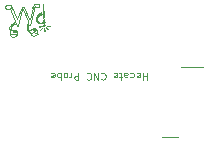
<source format=gbr>
%TF.GenerationSoftware,KiCad,Pcbnew,7.0.10*%
%TF.CreationDate,2024-11-13T10:28:54-08:00*%
%TF.ProjectId,ballBearingFPC241113,62616c6c-4265-4617-9269-6e6746504332,rev?*%
%TF.SameCoordinates,Original*%
%TF.FileFunction,Legend,Top*%
%TF.FilePolarity,Positive*%
%FSLAX46Y46*%
G04 Gerber Fmt 4.6, Leading zero omitted, Abs format (unit mm)*
G04 Created by KiCad (PCBNEW 7.0.10) date 2024-11-13 10:28:54*
%MOMM*%
%LPD*%
G01*
G04 APERTURE LIST*
G04 Aperture macros list*
%AMRoundRect*
0 Rectangle with rounded corners*
0 $1 Rounding radius*
0 $2 $3 $4 $5 $6 $7 $8 $9 X,Y pos of 4 corners*
0 Add a 4 corners polygon primitive as box body*
4,1,4,$2,$3,$4,$5,$6,$7,$8,$9,$2,$3,0*
0 Add four circle primitives for the rounded corners*
1,1,$1+$1,$2,$3*
1,1,$1+$1,$4,$5*
1,1,$1+$1,$6,$7*
1,1,$1+$1,$8,$9*
0 Add four rect primitives between the rounded corners*
20,1,$1+$1,$2,$3,$4,$5,0*
20,1,$1+$1,$4,$5,$6,$7,0*
20,1,$1+$1,$6,$7,$8,$9,0*
20,1,$1+$1,$8,$9,$2,$3,0*%
G04 Aperture macros list end*
%ADD10C,0.070000*%
%ADD11C,0.050000*%
%ADD12C,0.137415*%
%ADD13C,0.100000*%
%ADD14C,0.000000*%
%ADD15RoundRect,0.075000X-0.239618X0.635479X-0.373269X0.567380X0.239618X-0.635479X0.373269X-0.567380X0*%
%ADD16RoundRect,0.075000X-0.075000X-0.675000X0.075000X-0.675000X0.075000X0.675000X-0.075000X0.675000X0*%
%ADD17RoundRect,0.075000X0.075000X0.675000X-0.075000X0.675000X-0.075000X-0.675000X0.075000X-0.675000X0*%
%ADD18C,0.700000*%
G04 APERTURE END LIST*
D10*
X1129034Y-3220324D02*
X1129157Y-3231711D01*
X264202Y-4890685D02*
X344688Y-4887880D01*
X-1283286Y-3323125D02*
X-1287890Y-3343059D01*
X805596Y-3285192D02*
X807070Y-3286892D01*
X667318Y-3058133D02*
X319316Y-4315546D01*
X-1075384Y-4829058D02*
X-1045499Y-4812800D01*
X-1251493Y-4967714D02*
X-1263830Y-4985105D01*
X-975839Y-4615146D02*
X-969870Y-4605287D01*
X-1405530Y-5060656D02*
X-1398225Y-5031497D01*
X-346458Y-3368371D02*
X-713829Y-4351629D01*
X-953532Y-4511138D02*
X-953944Y-4486109D01*
X-1622988Y-3500975D02*
X-1650250Y-3487003D01*
X-1584656Y-3138317D02*
X-1564895Y-3134431D01*
X-1735177Y-3327169D02*
X-1733842Y-3291296D01*
X-1556119Y-3518603D02*
X-1575337Y-3515486D01*
X319316Y-4315546D02*
X249563Y-4317985D01*
X-1604201Y-3508473D02*
X-1622988Y-3500975D01*
X141539Y-4774366D02*
X151249Y-4746580D01*
X-783573Y-4354064D02*
X-1218438Y-3123986D01*
X953051Y-3049514D02*
X948600Y-3052000D01*
X-1528086Y-3519831D02*
X-1556119Y-3518603D01*
X-1173604Y-5289352D02*
X-1157960Y-5289242D01*
X842056Y-3320136D02*
X834869Y-3314417D01*
X-1409857Y-5107258D02*
X-1408752Y-5079717D01*
D11*
X1314460Y-3772389D02*
X1318658Y-3774449D01*
X1321332Y-3778291D01*
X1321802Y-3782947D01*
X1319959Y-3787243D01*
X1318193Y-3788785D01*
X1295769Y-3797594D01*
X1284642Y-3802346D01*
X1273588Y-3807324D01*
X1262586Y-3812541D01*
X1251654Y-3817985D01*
X1240776Y-3823666D01*
X1229960Y-3829579D01*
X1196971Y-3849315D01*
X1180676Y-3860040D01*
X1164542Y-3871330D01*
X1148577Y-3883194D01*
X1132804Y-3895609D01*
X1117241Y-3908586D01*
X1101909Y-3922127D01*
X1086812Y-3936209D01*
X1071980Y-3950837D01*
X1057434Y-3966022D01*
X1043175Y-3981740D01*
X1029233Y-3997997D01*
X1022385Y-4006321D01*
X1015621Y-4014791D01*
X1008946Y-4023389D01*
X1002358Y-4032117D01*
X995864Y-4040979D01*
X989461Y-4049967D01*
X966605Y-4084519D01*
X955800Y-4102423D01*
X945488Y-4120693D01*
X935704Y-4139300D01*
X926503Y-4158198D01*
X917938Y-4177359D01*
X910057Y-4196735D01*
X902909Y-4216290D01*
X896537Y-4236002D01*
X891000Y-4255824D01*
X886343Y-4275711D01*
X882613Y-4295641D01*
X879869Y-4315564D01*
X878154Y-4335447D01*
X877509Y-4355256D01*
X879230Y-4390185D01*
X881478Y-4407405D01*
X884634Y-4424421D01*
X888700Y-4441198D01*
X893656Y-4457705D01*
X899510Y-4473925D01*
X906239Y-4489813D01*
X913840Y-4505349D01*
X922305Y-4520497D01*
X931626Y-4535232D01*
X941790Y-4549520D01*
X952796Y-4563325D01*
X964631Y-4576626D01*
X977289Y-4589396D01*
X990762Y-4601589D01*
X1009354Y-4616479D01*
X1019117Y-4623514D01*
X1029182Y-4630281D01*
X1039540Y-4636761D01*
X1050183Y-4642944D01*
X1061119Y-4648838D01*
X1072331Y-4654424D01*
X1083821Y-4659696D01*
X1095573Y-4664647D01*
X1107591Y-4669271D01*
X1119876Y-4673562D01*
X1132404Y-4677521D01*
X1145183Y-4681131D01*
X1158207Y-4684389D01*
X1171464Y-4687280D01*
X1156702Y-4681306D01*
X1142481Y-4675074D01*
X1128793Y-4668606D01*
X1115630Y-4661883D01*
X1102984Y-4654933D01*
X1090866Y-4647748D01*
X1079258Y-4640346D01*
X1068160Y-4632724D01*
X1057559Y-4624895D01*
X1047460Y-4616857D01*
X1037854Y-4608626D01*
X1028738Y-4600202D01*
X1020105Y-4591594D01*
X1011952Y-4582802D01*
X997064Y-4564711D01*
X986004Y-4549060D01*
X976218Y-4533059D01*
X967684Y-4516754D01*
X960345Y-4500176D01*
X954172Y-4483361D01*
X949129Y-4466353D01*
X945182Y-4449178D01*
X942291Y-4431876D01*
X940424Y-4414491D01*
X939531Y-4397053D01*
X939588Y-4379602D01*
X940558Y-4362177D01*
X942400Y-4344799D01*
X945078Y-4327535D01*
X952796Y-4293432D01*
X958315Y-4274909D01*
X964684Y-4256620D01*
X971895Y-4238569D01*
X979932Y-4220755D01*
X988783Y-4203187D01*
X998432Y-4185859D01*
X1008869Y-4168785D01*
X1020083Y-4151964D01*
X1032062Y-4135390D01*
X1044789Y-4119079D01*
X1058249Y-4103030D01*
X1072438Y-4087243D01*
X1087342Y-4071725D01*
X1095054Y-4064064D01*
X1102944Y-4056482D01*
X1111001Y-4048958D01*
X1119232Y-4041501D01*
X1136200Y-4026802D01*
X1147521Y-4017439D01*
X1159142Y-4008179D01*
X1171058Y-3999019D01*
X1183278Y-3989958D01*
X1195782Y-3980993D01*
X1208595Y-3972127D01*
X1221703Y-3963347D01*
X1235104Y-3954668D01*
X1248815Y-3946074D01*
X1262821Y-3937576D01*
X1277135Y-3929158D01*
X1291753Y-3920836D01*
X1306670Y-3912598D01*
X1321897Y-3904431D01*
X1353264Y-3888364D01*
X1355386Y-3887506D01*
X1359941Y-3887835D01*
X1363734Y-3890380D01*
X1365766Y-3894468D01*
X1365506Y-3899026D01*
X1363025Y-3902861D01*
X1361063Y-3904033D01*
X1309089Y-3930700D01*
X1293268Y-3939758D01*
X1282158Y-3946281D01*
X1271205Y-3952841D01*
X1260416Y-3959445D01*
X1249778Y-3966091D01*
X1239297Y-3972787D01*
X1195994Y-4001709D01*
X1182992Y-4011549D01*
X1173878Y-4018631D01*
X1164926Y-4025761D01*
X1156120Y-4032942D01*
X1147474Y-4040169D01*
X1138978Y-4047444D01*
X1104098Y-4078927D01*
X1092376Y-4091188D01*
X1083841Y-4100468D01*
X1075530Y-4109825D01*
X1067441Y-4119262D01*
X1059575Y-4128772D01*
X1033038Y-4163089D01*
X1024491Y-4176421D01*
X1018356Y-4186517D01*
X1012447Y-4196678D01*
X1006784Y-4206908D01*
X1001361Y-4217209D01*
X983634Y-4254292D01*
X978537Y-4268595D01*
X975029Y-4279383D01*
X971790Y-4290220D01*
X968822Y-4301094D01*
X966140Y-4312024D01*
X958424Y-4351123D01*
X957376Y-4365955D01*
X956976Y-4377080D01*
X956912Y-4388193D01*
X957176Y-4399294D01*
X957782Y-4410382D01*
X962198Y-4449686D01*
X966149Y-4464174D01*
X969583Y-4474948D01*
X973428Y-4485640D01*
X977687Y-4496249D01*
X982376Y-4506762D01*
X1001817Y-4543516D01*
X1014586Y-4559761D01*
X1022910Y-4569288D01*
X1031732Y-4578656D01*
X1039470Y-4586328D01*
X1047559Y-4593878D01*
X1085269Y-4625012D01*
X1098284Y-4632875D01*
X1109568Y-4639250D01*
X1121239Y-4645462D01*
X1130869Y-4650312D01*
X1140758Y-4655067D01*
X1150900Y-4659717D01*
X1161305Y-4664253D01*
X1220242Y-4687027D01*
X1246075Y-4693973D01*
X1259399Y-4697273D01*
X1273003Y-4700450D01*
X1286872Y-4703502D01*
X1297456Y-4705714D01*
X1308195Y-4707866D01*
X1319085Y-4709945D01*
X1330133Y-4711956D01*
X1319400Y-4712859D01*
X1305205Y-4713835D01*
X1291139Y-4714539D01*
X1277211Y-4714978D01*
X1263404Y-4715141D01*
X1249735Y-4715041D01*
X1236196Y-4714671D01*
X1219451Y-4713836D01*
X1153104Y-4701169D01*
X1141049Y-4698173D01*
X1129149Y-4694935D01*
X1117408Y-4691460D01*
X1105821Y-4687725D01*
X1094404Y-4683759D01*
X1083148Y-4679556D01*
X1061125Y-4670431D01*
X1009485Y-4638137D01*
X1000306Y-4631595D01*
X991347Y-4624865D01*
X982590Y-4617931D01*
X974051Y-4610816D01*
X965721Y-4603520D01*
X957613Y-4596033D01*
X942045Y-4580534D01*
X909524Y-4533681D01*
X902732Y-4522286D01*
X896333Y-4510698D01*
X890342Y-4498922D01*
X884751Y-4486975D01*
X879567Y-4474852D01*
X872996Y-4457595D01*
X862914Y-4402363D01*
X861429Y-4389256D01*
X860354Y-4376071D01*
X859699Y-4362824D01*
X859451Y-4349515D01*
X859618Y-4336159D01*
X860530Y-4317369D01*
X871763Y-4260324D01*
X874384Y-4249692D01*
X877210Y-4239086D01*
X880242Y-4228513D01*
X883463Y-4217965D01*
X886876Y-4207464D01*
X890481Y-4196995D01*
X898243Y-4176189D01*
X924288Y-4123176D01*
X929476Y-4113434D01*
X934780Y-4103770D01*
X940200Y-4094188D01*
X945728Y-4084675D01*
X951369Y-4075262D01*
X957108Y-4065926D01*
X968907Y-4047526D01*
X1003400Y-4002076D01*
X1011713Y-3991761D01*
X1020137Y-3981608D01*
X1028661Y-3971614D01*
X1037283Y-3961781D01*
X1046012Y-3952113D01*
X1058377Y-3938848D01*
X1097833Y-3902408D01*
X1107223Y-3894231D01*
X1116669Y-3886218D01*
X1126183Y-3878372D01*
X1135757Y-3870705D01*
X1145386Y-3863205D01*
X1158972Y-3852991D01*
X1201567Y-3825863D01*
X1211650Y-3819859D01*
X1221788Y-3814022D01*
X1231971Y-3808357D01*
X1242201Y-3802857D01*
X1252481Y-3797520D01*
X1266948Y-3790344D01*
X1312116Y-3772367D01*
X1314460Y-3772389D01*
G36*
X1314460Y-3772389D02*
G01*
X1318658Y-3774449D01*
X1321332Y-3778291D01*
X1321802Y-3782947D01*
X1319959Y-3787243D01*
X1318193Y-3788785D01*
X1295769Y-3797594D01*
X1284642Y-3802346D01*
X1273588Y-3807324D01*
X1262586Y-3812541D01*
X1251654Y-3817985D01*
X1240776Y-3823666D01*
X1229960Y-3829579D01*
X1196971Y-3849315D01*
X1180676Y-3860040D01*
X1164542Y-3871330D01*
X1148577Y-3883194D01*
X1132804Y-3895609D01*
X1117241Y-3908586D01*
X1101909Y-3922127D01*
X1086812Y-3936209D01*
X1071980Y-3950837D01*
X1057434Y-3966022D01*
X1043175Y-3981740D01*
X1029233Y-3997997D01*
X1022385Y-4006321D01*
X1015621Y-4014791D01*
X1008946Y-4023389D01*
X1002358Y-4032117D01*
X995864Y-4040979D01*
X989461Y-4049967D01*
X966605Y-4084519D01*
X955800Y-4102423D01*
X945488Y-4120693D01*
X935704Y-4139300D01*
X926503Y-4158198D01*
X917938Y-4177359D01*
X910057Y-4196735D01*
X902909Y-4216290D01*
X896537Y-4236002D01*
X891000Y-4255824D01*
X886343Y-4275711D01*
X882613Y-4295641D01*
X879869Y-4315564D01*
X878154Y-4335447D01*
X877509Y-4355256D01*
X879230Y-4390185D01*
X881478Y-4407405D01*
X884634Y-4424421D01*
X888700Y-4441198D01*
X893656Y-4457705D01*
X899510Y-4473925D01*
X906239Y-4489813D01*
X913840Y-4505349D01*
X922305Y-4520497D01*
X931626Y-4535232D01*
X941790Y-4549520D01*
X952796Y-4563325D01*
X964631Y-4576626D01*
X977289Y-4589396D01*
X990762Y-4601589D01*
X1009354Y-4616479D01*
X1019117Y-4623514D01*
X1029182Y-4630281D01*
X1039540Y-4636761D01*
X1050183Y-4642944D01*
X1061119Y-4648838D01*
X1072331Y-4654424D01*
X1083821Y-4659696D01*
X1095573Y-4664647D01*
X1107591Y-4669271D01*
X1119876Y-4673562D01*
X1132404Y-4677521D01*
X1145183Y-4681131D01*
X1158207Y-4684389D01*
X1171464Y-4687280D01*
X1156702Y-4681306D01*
X1142481Y-4675074D01*
X1128793Y-4668606D01*
X1115630Y-4661883D01*
X1102984Y-4654933D01*
X1090866Y-4647748D01*
X1079258Y-4640346D01*
X1068160Y-4632724D01*
X1057559Y-4624895D01*
X1047460Y-4616857D01*
X1037854Y-4608626D01*
X1028738Y-4600202D01*
X1020105Y-4591594D01*
X1011952Y-4582802D01*
X997064Y-4564711D01*
X986004Y-4549060D01*
X976218Y-4533059D01*
X967684Y-4516754D01*
X960345Y-4500176D01*
X954172Y-4483361D01*
X949129Y-4466353D01*
X945182Y-4449178D01*
X942291Y-4431876D01*
X940424Y-4414491D01*
X939531Y-4397053D01*
X939588Y-4379602D01*
X940558Y-4362177D01*
X942400Y-4344799D01*
X945078Y-4327535D01*
X952796Y-4293432D01*
X958315Y-4274909D01*
X964684Y-4256620D01*
X971895Y-4238569D01*
X979932Y-4220755D01*
X988783Y-4203187D01*
X998432Y-4185859D01*
X1008869Y-4168785D01*
X1020083Y-4151964D01*
X1032062Y-4135390D01*
X1044789Y-4119079D01*
X1058249Y-4103030D01*
X1072438Y-4087243D01*
X1087342Y-4071725D01*
X1095054Y-4064064D01*
X1102944Y-4056482D01*
X1111001Y-4048958D01*
X1119232Y-4041501D01*
X1136200Y-4026802D01*
X1147521Y-4017439D01*
X1159142Y-4008179D01*
X1171058Y-3999019D01*
X1183278Y-3989958D01*
X1195782Y-3980993D01*
X1208595Y-3972127D01*
X1221703Y-3963347D01*
X1235104Y-3954668D01*
X1248815Y-3946074D01*
X1262821Y-3937576D01*
X1277135Y-3929158D01*
X1291753Y-3920836D01*
X1306670Y-3912598D01*
X1321897Y-3904431D01*
X1353264Y-3888364D01*
X1355386Y-3887506D01*
X1359941Y-3887835D01*
X1363734Y-3890380D01*
X1365766Y-3894468D01*
X1365506Y-3899026D01*
X1363025Y-3902861D01*
X1361063Y-3904033D01*
X1309089Y-3930700D01*
X1293268Y-3939758D01*
X1282158Y-3946281D01*
X1271205Y-3952841D01*
X1260416Y-3959445D01*
X1249778Y-3966091D01*
X1239297Y-3972787D01*
X1195994Y-4001709D01*
X1182992Y-4011549D01*
X1173878Y-4018631D01*
X1164926Y-4025761D01*
X1156120Y-4032942D01*
X1147474Y-4040169D01*
X1138978Y-4047444D01*
X1104098Y-4078927D01*
X1092376Y-4091188D01*
X1083841Y-4100468D01*
X1075530Y-4109825D01*
X1067441Y-4119262D01*
X1059575Y-4128772D01*
X1033038Y-4163089D01*
X1024491Y-4176421D01*
X1018356Y-4186517D01*
X1012447Y-4196678D01*
X1006784Y-4206908D01*
X1001361Y-4217209D01*
X983634Y-4254292D01*
X978537Y-4268595D01*
X975029Y-4279383D01*
X971790Y-4290220D01*
X968822Y-4301094D01*
X966140Y-4312024D01*
X958424Y-4351123D01*
X957376Y-4365955D01*
X956976Y-4377080D01*
X956912Y-4388193D01*
X957176Y-4399294D01*
X957782Y-4410382D01*
X962198Y-4449686D01*
X966149Y-4464174D01*
X969583Y-4474948D01*
X973428Y-4485640D01*
X977687Y-4496249D01*
X982376Y-4506762D01*
X1001817Y-4543516D01*
X1014586Y-4559761D01*
X1022910Y-4569288D01*
X1031732Y-4578656D01*
X1039470Y-4586328D01*
X1047559Y-4593878D01*
X1085269Y-4625012D01*
X1098284Y-4632875D01*
X1109568Y-4639250D01*
X1121239Y-4645462D01*
X1130869Y-4650312D01*
X1140758Y-4655067D01*
X1150900Y-4659717D01*
X1161305Y-4664253D01*
X1220242Y-4687027D01*
X1246075Y-4693973D01*
X1259399Y-4697273D01*
X1273003Y-4700450D01*
X1286872Y-4703502D01*
X1297456Y-4705714D01*
X1308195Y-4707866D01*
X1319085Y-4709945D01*
X1330133Y-4711956D01*
X1319400Y-4712859D01*
X1305205Y-4713835D01*
X1291139Y-4714539D01*
X1277211Y-4714978D01*
X1263404Y-4715141D01*
X1249735Y-4715041D01*
X1236196Y-4714671D01*
X1219451Y-4713836D01*
X1153104Y-4701169D01*
X1141049Y-4698173D01*
X1129149Y-4694935D01*
X1117408Y-4691460D01*
X1105821Y-4687725D01*
X1094404Y-4683759D01*
X1083148Y-4679556D01*
X1061125Y-4670431D01*
X1009485Y-4638137D01*
X1000306Y-4631595D01*
X991347Y-4624865D01*
X982590Y-4617931D01*
X974051Y-4610816D01*
X965721Y-4603520D01*
X957613Y-4596033D01*
X942045Y-4580534D01*
X909524Y-4533681D01*
X902732Y-4522286D01*
X896333Y-4510698D01*
X890342Y-4498922D01*
X884751Y-4486975D01*
X879567Y-4474852D01*
X872996Y-4457595D01*
X862914Y-4402363D01*
X861429Y-4389256D01*
X860354Y-4376071D01*
X859699Y-4362824D01*
X859451Y-4349515D01*
X859618Y-4336159D01*
X860530Y-4317369D01*
X871763Y-4260324D01*
X874384Y-4249692D01*
X877210Y-4239086D01*
X880242Y-4228513D01*
X883463Y-4217965D01*
X886876Y-4207464D01*
X890481Y-4196995D01*
X898243Y-4176189D01*
X924288Y-4123176D01*
X929476Y-4113434D01*
X934780Y-4103770D01*
X940200Y-4094188D01*
X945728Y-4084675D01*
X951369Y-4075262D01*
X957108Y-4065926D01*
X968907Y-4047526D01*
X1003400Y-4002076D01*
X1011713Y-3991761D01*
X1020137Y-3981608D01*
X1028661Y-3971614D01*
X1037283Y-3961781D01*
X1046012Y-3952113D01*
X1058377Y-3938848D01*
X1097833Y-3902408D01*
X1107223Y-3894231D01*
X1116669Y-3886218D01*
X1126183Y-3878372D01*
X1135757Y-3870705D01*
X1145386Y-3863205D01*
X1158972Y-3852991D01*
X1201567Y-3825863D01*
X1211650Y-3819859D01*
X1221788Y-3814022D01*
X1231971Y-3808357D01*
X1242201Y-3802857D01*
X1252481Y-3797520D01*
X1266948Y-3790344D01*
X1312116Y-3772367D01*
X1314460Y-3772389D01*
G37*
D10*
X-1729489Y-3268652D02*
X-1720205Y-3237003D01*
X998886Y-5585915D02*
X930847Y-5550473D01*
X861917Y-5522642D01*
X792151Y-5502969D01*
X721605Y-5492002D01*
X650334Y-5490289D01*
X626426Y-5491870D01*
X-1575337Y-3515486D02*
X-1604201Y-3508473D01*
X-1431860Y-3501439D02*
X-1445887Y-3506487D01*
X942529Y-3056044D02*
X939003Y-3058832D01*
X805663Y-3285134D02*
G75*
G03*
X787098Y-3289310I-8163J-7066D01*
G01*
X217122Y-5375807D02*
X199621Y-5360630D01*
X364483Y-5532547D02*
X354949Y-5510335D01*
X-1389585Y-5207638D02*
X-1394903Y-5191906D01*
X-1374268Y-3467885D02*
X-1384533Y-3475343D01*
X-1075771Y-4699490D02*
X-1057225Y-4686147D01*
X-1652560Y-3161439D02*
X-1632210Y-3152218D01*
X347623Y-5496925D02*
X354949Y-5510335D01*
X121626Y-4819436D02*
X112956Y-4837524D01*
X-1702496Y-3435551D02*
X-1718716Y-3406796D01*
X249563Y-4317985D02*
X-185496Y-3362753D01*
X80932Y-4914863D02*
X74580Y-4935440D01*
X-1376085Y-4981091D02*
X-1363474Y-4960488D01*
X-1263355Y-5242281D02*
X-1254096Y-5254510D01*
X113816Y-5232395D02*
X101499Y-5203259D01*
X-1172276Y-4890656D02*
X-1190320Y-4904569D01*
X1101435Y-3134306D02*
X1107808Y-3145215D01*
X-1394903Y-5191906D02*
X-1402010Y-5167765D01*
X-1405480Y-5150994D02*
X-1409252Y-5125190D01*
X66389Y-5076692D02*
X69926Y-5098454D01*
X-1172276Y-4890656D02*
X-1144276Y-4870662D01*
X-1278625Y-5012759D02*
X-1263830Y-4985105D01*
X-959639Y-4579040D02*
X-956170Y-4561405D01*
X-1726093Y-3385165D02*
X-1733826Y-3351050D01*
X-1445887Y-3506487D02*
X-1468172Y-3513064D01*
X711658Y-3551936D02*
G75*
G03*
X545981Y-3496319I-157858J-195664D01*
G01*
X-688485Y-4923997D02*
X-306618Y-3544194D01*
X-1325352Y-5505859D02*
G75*
G03*
X-1090975Y-5278802I308574J-84027D01*
G01*
X208481Y-5237972D02*
X217410Y-5248994D01*
X161165Y-5316551D02*
X145876Y-5294011D01*
X1020437Y-3355253D02*
X1010441Y-3358029D01*
X100034Y-4865565D02*
X112956Y-4837524D01*
X923462Y-3358929D02*
X914484Y-3356817D01*
X1115709Y-3162246D02*
X1107808Y-3145215D01*
X-1316360Y-3405510D02*
X-1320560Y-3411631D01*
X246664Y-5398298D02*
X228914Y-5385270D01*
X155906Y-4727137D02*
X161000Y-4696932D01*
X1045051Y-3346101D02*
X1059304Y-3338990D01*
X246664Y-5398298D02*
X258419Y-5406717D01*
X-1344234Y-5318217D02*
X-1349836Y-5303663D01*
X-1398225Y-5031497D02*
X-1390458Y-5011498D01*
X-1520664Y-3135226D02*
X-1502555Y-3139488D01*
X-1349836Y-5303663D02*
X-1358712Y-5281909D01*
X350083Y-5304988D02*
X331413Y-5305583D01*
X1039506Y-3068329D02*
X1025783Y-3059695D01*
X880515Y-3344050D02*
X872430Y-3340021D01*
X860728Y-3333160D02*
X853089Y-3328264D01*
X77671Y-5130626D02*
X69926Y-5098454D01*
X347623Y-5496925D02*
X335765Y-5478037D01*
X-1278625Y-5012759D02*
X-1286906Y-5031751D01*
X-1128361Y-4737137D02*
X-1106726Y-4721581D01*
X842056Y-3320136D02*
X853089Y-3328264D01*
X908024Y-3064810D02*
X903636Y-3061636D01*
X-1031615Y-4667317D02*
X-1017241Y-4655982D01*
X-1124852Y-4858225D02*
X-1095304Y-4840293D01*
X824501Y-3305076D02*
X817761Y-3298551D01*
X-983700Y-4320082D02*
X-1310444Y-3395830D01*
X319000Y-5304312D02*
X300503Y-5300908D01*
X275617Y-5419228D02*
X258419Y-5406717D01*
X-1325289Y-5505423D02*
X-1322047Y-5478147D01*
X-1296186Y-5160934D02*
X-1300372Y-5131802D01*
X-1208741Y-5284116D02*
X-1195590Y-5287618D01*
X-1077879Y-5601585D02*
X-1149910Y-5610631D01*
X-1218118Y-5626976D01*
X-1292384Y-5651801D01*
X-1328057Y-5665737D01*
X1083191Y-3108651D02*
X1090991Y-3118481D01*
X1020437Y-3355253D02*
X1035339Y-3350291D01*
X-1696313Y-3195881D02*
X-1684569Y-3183900D01*
X983645Y-3045086D02*
X976540Y-3044768D01*
X922895Y-3068427D02*
X917755Y-3068643D01*
X-1408752Y-5079717D02*
X-1405530Y-5060656D01*
X903636Y-3061636D02*
X896662Y-3055659D01*
X144695Y-4553895D02*
X151850Y-4580504D01*
X-964434Y-4390829D02*
X-968892Y-4370674D01*
X824501Y-3305076D02*
X834869Y-3314417D01*
X-1666848Y-3474548D02*
X-1689817Y-3453002D01*
X-1065998Y-3558066D02*
G75*
G03*
X-1228897Y-3621060I-5116J-228891D01*
G01*
X344688Y-4887880D02*
X787097Y-3289310D01*
X-1380631Y-5230436D02*
X-1389585Y-5207638D01*
X-954872Y-4548187D02*
X-953652Y-4526921D01*
X-1238422Y-5268730D02*
X-1227279Y-5276527D01*
X-977149Y-4778258D02*
X-996353Y-4787669D01*
X901431Y-3352700D02*
X914484Y-3356817D01*
X113816Y-5232395D02*
X122425Y-5251174D01*
X966633Y-3045324D02*
X960894Y-3046697D01*
X326935Y-5466739D02*
X312897Y-5450860D01*
X-1297137Y-3369040D02*
X-1310444Y-3395830D01*
D12*
X1621105Y-4925657D02*
G75*
G03*
X1483691Y-4925657I-68707J0D01*
G01*
X1483691Y-4925657D02*
G75*
G03*
X1621105Y-4925657I68707J0D01*
G01*
D10*
X208481Y-5237972D02*
X195984Y-5220268D01*
D13*
X11497881Y-14345446D02*
X12858881Y-14345446D01*
D10*
X-1185687Y-4780063D02*
X-1162533Y-4762454D01*
X970652Y-3363272D02*
X960891Y-3363421D01*
D11*
X1402556Y-5072719D02*
X1405342Y-5075508D01*
X1406371Y-5079299D01*
X1405370Y-5083120D01*
X1404073Y-5084608D01*
X1234575Y-5256767D01*
X1232732Y-5258449D01*
X1227920Y-5259767D01*
X1223092Y-5258490D01*
X1221239Y-5256821D01*
X1219565Y-5254964D01*
X1218288Y-5250138D01*
X1219608Y-5245323D01*
X1221288Y-5243480D01*
X1393448Y-5073976D01*
X1394940Y-5072689D01*
X1398752Y-5071683D01*
X1402556Y-5072719D01*
G36*
X1402556Y-5072719D02*
G01*
X1405342Y-5075508D01*
X1406371Y-5079299D01*
X1405370Y-5083120D01*
X1404073Y-5084608D01*
X1234575Y-5256767D01*
X1232732Y-5258449D01*
X1227920Y-5259767D01*
X1223092Y-5258490D01*
X1221239Y-5256821D01*
X1219565Y-5254964D01*
X1218288Y-5250138D01*
X1219608Y-5245323D01*
X1221288Y-5243480D01*
X1393448Y-5073976D01*
X1394940Y-5072689D01*
X1398752Y-5071683D01*
X1402556Y-5072719D01*
G37*
D10*
X1016812Y-3055238D02*
X1003678Y-3049751D01*
X970652Y-3363272D02*
X985429Y-3362342D01*
X-1081742Y-5276742D02*
X-1112991Y-5283357D01*
X-988320Y-4629856D02*
X-975839Y-4615146D01*
X1125121Y-3191305D02*
X1127539Y-3202988D01*
X302721Y-5441302D02*
X312897Y-5450860D01*
X-885709Y-4735296D02*
X-859934Y-4723700D01*
X153038Y-5044845D02*
X153395Y-5062997D01*
X998886Y-5585915D02*
X1015002Y-5596196D01*
X153038Y-5044845D02*
X153456Y-5017483D01*
X-1491039Y-3143475D02*
X-1474382Y-3149916D01*
X-1296186Y-5160934D02*
X-1292096Y-5179703D01*
X-1351273Y-3447761D02*
X-1360191Y-3455973D01*
X747929Y-3418317D02*
G75*
G03*
X583521Y-3359929I-160849J-192253D01*
G01*
X-1057225Y-4686147D02*
X-1031615Y-4667317D01*
X67729Y-4967378D02*
X64383Y-4988987D01*
X-1320835Y-5434861D02*
X-1321851Y-5418314D01*
X364483Y-5532547D02*
X368962Y-5544584D01*
X-1409252Y-5125190D02*
X-1409857Y-5107258D01*
X288402Y-5297008D02*
X270564Y-5289721D01*
X1106616Y-3297132D02*
X1100269Y-3305587D01*
X-1404180Y-3140608D02*
X-1401947Y-3130393D01*
X66389Y-5076692D02*
X62851Y-5043853D01*
X-1718716Y-3406796D02*
X-1726093Y-3385165D01*
X-1124852Y-4858225D02*
X-1144276Y-4870662D01*
X-1113000Y-3423258D02*
G75*
G03*
X-1277125Y-3490389I467J-235338D01*
G01*
X1062110Y-3086353D02*
X1070863Y-3094689D01*
X1125121Y-3191305D02*
X1120254Y-3173776D01*
X-1449590Y-3159536D02*
X-1441016Y-3161718D01*
X-1295201Y-5061361D02*
X-1286906Y-5031751D01*
X-1360191Y-3455973D02*
X-1374268Y-3467885D01*
X-1412795Y-3492466D02*
X-1431860Y-3501439D01*
X-1711410Y-3219225D02*
X-1696313Y-3195881D01*
X173256Y-5171817D02*
X178770Y-5186638D01*
X-306618Y-3544194D02*
X-212969Y-3540918D01*
X154818Y-4999285D02*
X153456Y-5017483D01*
X-1733826Y-3351050D02*
X-1735177Y-3327169D01*
X-843564Y-4716494D02*
X-859934Y-4723700D01*
X-1238422Y-5268730D02*
X-1254096Y-5254510D01*
X-969870Y-4605287D02*
X-962732Y-4590065D01*
X411419Y-5286240D02*
X393274Y-5294870D01*
X995417Y-3360917D02*
X985429Y-3362342D01*
X470020Y-5241007D02*
X452789Y-5257523D01*
X154818Y-4999285D02*
X157868Y-4972263D01*
X-1324698Y-4908648D02*
X-1296693Y-4877658D01*
X350083Y-5304988D02*
X362509Y-5303585D01*
D11*
X1343071Y-4937617D02*
X1345700Y-4940552D01*
X1346519Y-4944406D01*
X1345313Y-4948154D01*
X1342394Y-4950804D01*
X1340501Y-4951352D01*
X1104574Y-5003420D01*
X1102089Y-5003827D01*
X1097291Y-5002266D01*
X1093956Y-4998490D01*
X1093335Y-4996046D01*
X1093007Y-4993599D01*
X1094595Y-4988938D01*
X1098292Y-4985685D01*
X1100671Y-4985042D01*
X1337371Y-4936652D01*
X1339327Y-4936381D01*
X1343071Y-4937617D01*
G36*
X1343071Y-4937617D02*
G01*
X1345700Y-4940552D01*
X1346519Y-4944406D01*
X1345313Y-4948154D01*
X1342394Y-4950804D01*
X1340501Y-4951352D01*
X1104574Y-5003420D01*
X1102089Y-5003827D01*
X1097291Y-5002266D01*
X1093956Y-4998490D01*
X1093335Y-4996046D01*
X1093007Y-4993599D01*
X1094595Y-4988938D01*
X1098292Y-4985685D01*
X1100671Y-4985042D01*
X1337371Y-4936652D01*
X1339327Y-4936381D01*
X1343071Y-4937617D01*
G37*
D10*
X-1208741Y-5284116D02*
X-1227279Y-5276527D01*
X948600Y-3052000D02*
X942529Y-3056044D01*
X162219Y-5132358D02*
X165976Y-5148688D01*
X-1384533Y-3475343D02*
X-1400823Y-3486011D01*
X1127149Y-3248207D02*
X1124942Y-3258907D01*
X-769206Y-4926819D02*
X-843564Y-4716494D01*
X-1322047Y-5478147D02*
X-1321120Y-5460603D01*
X172380Y-4913602D02*
X167058Y-4929400D01*
X626426Y-5491870D02*
X554213Y-5502678D01*
X481792Y-5521848D01*
X409141Y-5548740D01*
X394582Y-5554990D01*
X1003678Y-3049751D02*
X995427Y-3047419D01*
X-1017241Y-4655982D02*
X-998214Y-4639874D01*
X188285Y-5349168D02*
X199621Y-5360630D01*
X172380Y-4913602D02*
X181663Y-4891190D01*
X-1218438Y-3123986D02*
X-1401947Y-3130393D01*
X-1484404Y-3516158D02*
X-1509926Y-3519418D01*
X381012Y-5298952D02*
X393274Y-5294870D01*
X155506Y-5089675D02*
X153395Y-5062997D01*
X-1295201Y-5061361D02*
X-1299056Y-5081411D01*
X-1341878Y-4929401D02*
X-1324698Y-4908648D01*
X162219Y-5132358D02*
X157552Y-5107153D01*
X-930353Y-4755892D02*
X-903232Y-4743279D01*
X-1263355Y-5242281D02*
X-1276078Y-5221625D01*
X-1374435Y-5245384D02*
X-1380631Y-5230436D01*
X1089216Y-3316993D02*
X1081316Y-3324068D01*
X-1292012Y-3355640D02*
X-1294969Y-3363746D01*
X-968892Y-4370674D02*
X-976853Y-4340343D01*
X212751Y-4849856D02*
X202396Y-4859806D01*
X-1363474Y-4960488D02*
X-1341878Y-4929401D01*
X-998214Y-4639874D02*
X-988320Y-4629856D01*
X-976853Y-4340343D02*
X-983700Y-4320082D01*
X-953652Y-4526921D02*
X-953532Y-4511138D01*
X880515Y-3344050D02*
X892896Y-3349592D01*
X136274Y-5277402D02*
X145876Y-5294011D01*
X374837Y-5563903D02*
G75*
G03*
X461417Y-5249475I326349J79271D01*
G01*
X891577Y-3050303D02*
X667318Y-3058133D01*
X-1327263Y-5378360D02*
X-1332450Y-5355311D01*
X-1310444Y-3395830D02*
X-1316360Y-3405510D01*
X161165Y-5316551D02*
X171699Y-5330581D01*
X94032Y-5182941D02*
X101499Y-5203259D01*
X275617Y-5419228D02*
X286819Y-5427715D01*
X-1564895Y-3134431D02*
X-1552028Y-3133314D01*
X-1320560Y-3411631D02*
X-1331200Y-3425836D01*
X121626Y-4819436D02*
X134176Y-4792511D01*
X-1509926Y-3519418D02*
X-1528086Y-3519831D01*
X-953944Y-4486109D02*
X-954956Y-4468091D01*
X1119522Y-3274048D02*
X1124942Y-3258907D01*
X939003Y-3058832D02*
X934025Y-3062817D01*
X-1720205Y-3237003D02*
X-1711410Y-3219225D01*
X-956170Y-4561405D02*
X-954872Y-4548187D01*
X-1441016Y-3161718D02*
X-1429240Y-3163180D01*
D11*
X1767676Y-4921624D02*
X2007172Y-4953388D01*
X2009594Y-4953861D01*
X2013503Y-4956854D01*
X2015408Y-4961388D01*
X2015267Y-4963849D01*
X2014818Y-4966337D01*
X2011746Y-4970335D01*
X2007074Y-4972232D01*
X2004561Y-4971993D01*
X1765585Y-4936512D01*
X1763655Y-4936097D01*
X1760561Y-4933655D01*
X1759093Y-4929999D01*
X1759643Y-4926094D01*
X1762065Y-4922984D01*
X1765706Y-4921486D01*
X1767676Y-4921624D01*
G36*
X1767676Y-4921624D02*
G01*
X2007172Y-4953388D01*
X2009594Y-4953861D01*
X2013503Y-4956854D01*
X2015408Y-4961388D01*
X2015267Y-4963849D01*
X2014818Y-4966337D01*
X2011746Y-4970335D01*
X2007074Y-4972232D01*
X2004561Y-4971993D01*
X1765585Y-4936512D01*
X1763655Y-4936097D01*
X1760561Y-4933655D01*
X1759093Y-4929999D01*
X1759643Y-4926094D01*
X1762065Y-4922984D01*
X1765706Y-4921486D01*
X1767676Y-4921624D01*
G37*
D10*
X319000Y-5304312D02*
X331413Y-5305583D01*
X-885709Y-4735296D02*
X-903232Y-4743279D01*
X-1283092Y-5205545D02*
X-1292096Y-5179703D01*
X-1025736Y-4802554D02*
X-1045499Y-4812800D01*
X77671Y-5130626D02*
X83605Y-5151857D01*
X62657Y-5021867D02*
X64383Y-4988987D01*
X-957211Y-4440086D02*
X-959691Y-4420580D01*
X188702Y-5207241D02*
X178770Y-5186638D01*
X-1215310Y-4927003D02*
X-1230971Y-4942613D01*
X-1331200Y-3425836D02*
X-1338983Y-3434773D01*
X-1075384Y-4829058D02*
X-1095304Y-4840293D01*
X188702Y-5207241D02*
X195984Y-5220268D01*
X-1358712Y-5281909D02*
X-1364964Y-5267361D01*
X926169Y-3067621D02*
X922895Y-3068427D01*
X-1220447Y-4808108D02*
X-1185687Y-4780063D01*
X-1321851Y-5418314D02*
X-1324425Y-5394014D01*
D14*
G36*
X731791Y-5152603D02*
G01*
X758736Y-5156440D01*
X785288Y-5162432D01*
X811266Y-5170546D01*
X836507Y-5180727D01*
X860846Y-5192908D01*
X884127Y-5207013D01*
X906193Y-5222948D01*
X926906Y-5240609D01*
X946126Y-5259872D01*
X963732Y-5280638D01*
X979607Y-5302744D01*
X993652Y-5326063D01*
X1005767Y-5350428D01*
X1010945Y-5363014D01*
X1000542Y-5367965D01*
X989413Y-5373047D01*
X978304Y-5377821D01*
X967661Y-5382021D01*
X954832Y-5386563D01*
X929536Y-5394479D01*
X919014Y-5397616D01*
X908621Y-5400595D01*
X896912Y-5403802D01*
X882531Y-5407525D01*
X853633Y-5413399D01*
X841767Y-5415494D01*
X830152Y-5417311D01*
X812567Y-5419586D01*
X787844Y-5420698D01*
X776670Y-5420740D01*
X765832Y-5420421D01*
X753257Y-5419547D01*
X733113Y-5415567D01*
X722382Y-5412693D01*
X705637Y-5406656D01*
X690470Y-5397419D01*
X681311Y-5390553D01*
X670636Y-5380635D01*
X660665Y-5366334D01*
X655305Y-5356983D01*
X648608Y-5342308D01*
X643742Y-5323702D01*
X641614Y-5312786D01*
X639212Y-5293776D01*
X639183Y-5271909D01*
X639671Y-5260354D01*
X641751Y-5237699D01*
X646282Y-5213587D01*
X648748Y-5202454D01*
X651912Y-5189708D01*
X663856Y-5152726D01*
X677410Y-5151491D01*
X704623Y-5150951D01*
X731791Y-5152603D01*
G37*
D10*
X1106616Y-3297132D02*
X1115107Y-3283729D01*
X-1275917Y-4857335D02*
X-1243303Y-4827352D01*
X-185496Y-3362753D02*
X-346458Y-3368371D01*
X62657Y-5021867D02*
X62851Y-5043853D01*
X-1402010Y-5167765D02*
X-1405480Y-5150994D01*
X141539Y-4774366D02*
X134176Y-4792511D01*
X1115709Y-3162246D02*
X1120254Y-3173776D01*
X-1665855Y-3168819D02*
X-1652560Y-3161439D01*
X1129034Y-3220324D02*
X1127539Y-3202988D01*
X-713829Y-4351629D02*
X-783573Y-4354064D01*
X-1632210Y-3152218D02*
X-1618503Y-3147560D01*
X80932Y-4914863D02*
X91762Y-4884746D01*
X860728Y-3333160D02*
X872430Y-3340021D01*
X243046Y-4830829D02*
X229864Y-4837003D01*
X67729Y-4967378D02*
X74580Y-4935440D01*
X-769206Y-4926819D02*
X-688485Y-4923997D01*
X155906Y-4727137D02*
X151249Y-4746580D01*
X-1025736Y-4802554D02*
X-996353Y-4787669D01*
X189376Y-4877933D02*
X181663Y-4891190D01*
X-1400823Y-3486011D02*
X-1412795Y-3492466D01*
D11*
X1564631Y-5121585D02*
X1566744Y-5124910D01*
X1566948Y-5126876D01*
X1577261Y-5368252D01*
X1577235Y-5370753D01*
X1574915Y-5375164D01*
X1570690Y-5377821D01*
X1568199Y-5378044D01*
X1565700Y-5377999D01*
X1561299Y-5375644D01*
X1558677Y-5371394D01*
X1558477Y-5368909D01*
X1551927Y-5127396D01*
X1552002Y-5125433D01*
X1553861Y-5121959D01*
X1557213Y-5119879D01*
X1561151Y-5119738D01*
X1564631Y-5121585D01*
G36*
X1564631Y-5121585D02*
G01*
X1566744Y-5124910D01*
X1566948Y-5126876D01*
X1577261Y-5368252D01*
X1577235Y-5370753D01*
X1574915Y-5375164D01*
X1570690Y-5377821D01*
X1568199Y-5378044D01*
X1565700Y-5377999D01*
X1561299Y-5375644D01*
X1558677Y-5371394D01*
X1558477Y-5368909D01*
X1551927Y-5127396D01*
X1552002Y-5125433D01*
X1553861Y-5121959D01*
X1557213Y-5119879D01*
X1561151Y-5119738D01*
X1564631Y-5121585D01*
G37*
D10*
X100034Y-4865565D02*
X91762Y-4884746D01*
D14*
G36*
X1510174Y-3060338D02*
G01*
X1522843Y-3061017D01*
X1537471Y-3062696D01*
X1548480Y-3065101D01*
X1557764Y-3071553D01*
X1574053Y-3538185D01*
X1555408Y-3547959D01*
X1543985Y-3550258D01*
X1547635Y-3647081D01*
X1552109Y-3647452D01*
X1554264Y-3647665D01*
X1556355Y-3647884D01*
X1558392Y-3648128D01*
X1560370Y-3648377D01*
X1562286Y-3648639D01*
X1564139Y-3648915D01*
X1565930Y-3649214D01*
X1567655Y-3649511D01*
X1569321Y-3649821D01*
X1570914Y-3650152D01*
X1572441Y-3650491D01*
X1573910Y-3650840D01*
X1575299Y-3651204D01*
X1576623Y-3651566D01*
X1577877Y-3651954D01*
X1579053Y-3652343D01*
X1580161Y-3652748D01*
X1581190Y-3653152D01*
X1582151Y-3653569D01*
X1583034Y-3654003D01*
X1583833Y-3654436D01*
X1584563Y-3654883D01*
X1585213Y-3655332D01*
X1585772Y-3655795D01*
X1586257Y-3656260D01*
X1586658Y-3656732D01*
X1586978Y-3657216D01*
X1587210Y-3657701D01*
X1587416Y-3658695D01*
X1608593Y-4264935D01*
X1608284Y-4266381D01*
X1608016Y-4266861D01*
X1607677Y-4267345D01*
X1607261Y-4267825D01*
X1606770Y-4268302D01*
X1606204Y-4268777D01*
X1605563Y-4269259D01*
X1604854Y-4269732D01*
X1604062Y-4270200D01*
X1603204Y-4270667D01*
X1602275Y-4271131D01*
X1601278Y-4271588D01*
X1600213Y-4272050D01*
X1599081Y-4272501D01*
X1597879Y-4272952D01*
X1596612Y-4273394D01*
X1595276Y-4273829D01*
X1593877Y-4274262D01*
X1592415Y-4274689D01*
X1590892Y-4275111D01*
X1589304Y-4275519D01*
X1587661Y-4275933D01*
X1585951Y-4276326D01*
X1584187Y-4276724D01*
X1582359Y-4277104D01*
X1580478Y-4277477D01*
X1578537Y-4277847D01*
X1576544Y-4278204D01*
X1574490Y-4278550D01*
X1572394Y-4278891D01*
X1577898Y-4435942D01*
X1582364Y-4436365D01*
X1584494Y-4436591D01*
X1586571Y-4436841D01*
X1588582Y-4437105D01*
X1590529Y-4437371D01*
X1592412Y-4437663D01*
X1594222Y-4437960D01*
X1595972Y-4438273D01*
X1597650Y-4438597D01*
X1599260Y-4438932D01*
X1600797Y-4439281D01*
X1602259Y-4439640D01*
X1603654Y-4440016D01*
X1604968Y-4440396D01*
X1606216Y-4440784D01*
X1607390Y-4441193D01*
X1608476Y-4441603D01*
X1609490Y-4442026D01*
X1610426Y-4442448D01*
X1611277Y-4442892D01*
X1612055Y-4443341D01*
X1612750Y-4443791D01*
X1613355Y-4444259D01*
X1613881Y-4444731D01*
X1614322Y-4445203D01*
X1614676Y-4445689D01*
X1614945Y-4446181D01*
X1615214Y-4447183D01*
X1615127Y-4448199D01*
X1616662Y-4463060D01*
X1621807Y-4492497D01*
X1629286Y-4521421D01*
X1639037Y-4549665D01*
X1651009Y-4577040D01*
X1665119Y-4603383D01*
X1681286Y-4628512D01*
X1690227Y-4640476D01*
X1690667Y-4653107D01*
X1687202Y-4661846D01*
X1678519Y-4678516D01*
X1667940Y-4694059D01*
X1655619Y-4708243D01*
X1641722Y-4720898D01*
X1626437Y-4731842D01*
X1609977Y-4740920D01*
X1592570Y-4748009D01*
X1574453Y-4753009D01*
X1555879Y-4755863D01*
X1537089Y-4756522D01*
X1518359Y-4754974D01*
X1499935Y-4751247D01*
X1482077Y-4745390D01*
X1465025Y-4737486D01*
X1449013Y-4727627D01*
X1434270Y-4715980D01*
X1420987Y-4702683D01*
X1409351Y-4687917D01*
X1399524Y-4671893D01*
X1395459Y-4663417D01*
X1395014Y-4650790D01*
X1403102Y-4638226D01*
X1417473Y-4612028D01*
X1429719Y-4584773D01*
X1439751Y-4556623D01*
X1447507Y-4527769D01*
X1452946Y-4498389D01*
X1456023Y-4468669D01*
X1456522Y-4453739D01*
X1456564Y-4451712D01*
X1456794Y-4451205D01*
X1457113Y-4450698D01*
X1457521Y-4450195D01*
X1458008Y-4449688D01*
X1458582Y-4449183D01*
X1459239Y-4448682D01*
X1459977Y-4448182D01*
X1460805Y-4447688D01*
X1461698Y-4447192D01*
X1462678Y-4446699D01*
X1463738Y-4446214D01*
X1464867Y-4445734D01*
X1466079Y-4445256D01*
X1467363Y-4444778D01*
X1468728Y-4444313D01*
X1470155Y-4443855D01*
X1471666Y-4443399D01*
X1473243Y-4442952D01*
X1474885Y-4442511D01*
X1476601Y-4442080D01*
X1478390Y-4441653D01*
X1480239Y-4441236D01*
X1482158Y-4440825D01*
X1484143Y-4440427D01*
X1486194Y-4440041D01*
X1488303Y-4439661D01*
X1490475Y-4439287D01*
X1492713Y-4438930D01*
X1487338Y-4281857D01*
X1470197Y-4279674D01*
X1459068Y-4276964D01*
X1450263Y-4270423D01*
X1429092Y-3664221D01*
X1429449Y-3662673D01*
X1429750Y-3662166D01*
X1430136Y-3661645D01*
X1430614Y-3661132D01*
X1431173Y-3660622D01*
X1431815Y-3660110D01*
X1432544Y-3659607D01*
X1433357Y-3659102D01*
X1434249Y-3658603D01*
X1435226Y-3658107D01*
X1436279Y-3657613D01*
X1437411Y-3657126D01*
X1438615Y-3656641D01*
X1439905Y-3656167D01*
X1441264Y-3655695D01*
X1442695Y-3655227D01*
X1444202Y-3654771D01*
X1445778Y-3654326D01*
X1447421Y-3653872D01*
X1449136Y-3653440D01*
X1450922Y-3653013D01*
X1452769Y-3652590D01*
X1454687Y-3652184D01*
X1456669Y-3651778D01*
X1458712Y-3651388D01*
X1460817Y-3651006D01*
X1462987Y-3650632D01*
X1465218Y-3650281D01*
X1467505Y-3649931D01*
X1469848Y-3649594D01*
X1466225Y-3552861D01*
X1443618Y-3549409D01*
X1434238Y-3543080D01*
X1417946Y-3076303D01*
X1430796Y-3067992D01*
X1441441Y-3065344D01*
X1452708Y-3063398D01*
X1476446Y-3060955D01*
X1487767Y-3060388D01*
X1499082Y-3060177D01*
X1510174Y-3060338D01*
G37*
D10*
X1083191Y-3108651D02*
X1070863Y-3094689D01*
X302721Y-5441302D02*
X286819Y-5427715D01*
X189376Y-4877933D02*
X202396Y-4859806D01*
X243046Y-4830829D02*
X264202Y-4890685D01*
X-1243303Y-4827352D02*
X-1220447Y-4808108D01*
X-1294969Y-3363746D02*
X-1297137Y-3369040D01*
X-1300775Y-5111721D02*
X-1299056Y-5081411D01*
X-1390458Y-5011498D02*
X-1376085Y-4981091D01*
X-1429240Y-3163180D02*
X-1422669Y-3161796D01*
X94032Y-5182941D02*
X83605Y-5151857D01*
X807070Y-3286892D02*
X817761Y-3298551D01*
X1016812Y-3055238D02*
X1025783Y-3059695D01*
X161089Y-4954812D02*
X167058Y-4929400D01*
X326935Y-5466739D02*
X335765Y-5478037D01*
X934025Y-3062817D02*
X930883Y-3065003D01*
X232197Y-5263483D02*
X217410Y-5248994D01*
X259142Y-5283292D02*
X270564Y-5289721D01*
X-1251493Y-4967714D02*
X-1230971Y-4942613D01*
X-1131703Y-5286301D02*
X-1112991Y-5283357D01*
X-1321120Y-5460603D02*
X-1320835Y-5434861D01*
X-962732Y-4590065D02*
X-959639Y-4579040D01*
X1068331Y-3333353D02*
X1059304Y-3338990D01*
X162096Y-4675441D02*
X161000Y-4696932D01*
X-715816Y-5693474D02*
X-787069Y-5659290D01*
X-856005Y-5632758D01*
X-934416Y-5611685D01*
X-1011702Y-5601485D01*
X-1077879Y-5601585D01*
X374808Y-5563916D02*
X368962Y-5544584D01*
X995427Y-3047419D02*
X983645Y-3045086D01*
X-1162533Y-4762454D02*
X-1128361Y-4737137D01*
X288402Y-5297008D02*
X300503Y-5300908D01*
X381012Y-5298952D02*
X362509Y-5303585D01*
X-1364964Y-5267361D02*
X-1374435Y-5245384D01*
X-1287890Y-3343059D02*
X-1292012Y-3355640D01*
D11*
X1719736Y-5061343D02*
X1721313Y-5062530D01*
X1904871Y-5219610D01*
X1906684Y-5221331D01*
X1908337Y-5226041D01*
X1907395Y-5230939D01*
X1905856Y-5232910D01*
X1904125Y-5234704D01*
X1899403Y-5236318D01*
X1894506Y-5235340D01*
X1892553Y-5233788D01*
X1711453Y-5073875D01*
X1710061Y-5072476D01*
X1708796Y-5068746D01*
X1709553Y-5064874D01*
X1712139Y-5061901D01*
X1715863Y-5060610D01*
X1719736Y-5061343D01*
G36*
X1719736Y-5061343D02*
G01*
X1721313Y-5062530D01*
X1904871Y-5219610D01*
X1906684Y-5221331D01*
X1908337Y-5226041D01*
X1907395Y-5230939D01*
X1905856Y-5232910D01*
X1904125Y-5234704D01*
X1899403Y-5236318D01*
X1894506Y-5235340D01*
X1892553Y-5233788D01*
X1711453Y-5073875D01*
X1710061Y-5072476D01*
X1708796Y-5068746D01*
X1709553Y-5064874D01*
X1712139Y-5061901D01*
X1715863Y-5060610D01*
X1719736Y-5061343D01*
G37*
D10*
X136274Y-5277402D02*
X122425Y-5251174D01*
X-1552028Y-3133314D02*
X-1533001Y-3133334D01*
X-1300775Y-5111721D02*
X-1300372Y-5131802D01*
X-1283092Y-5205545D02*
X-1276078Y-5221625D01*
X-1296693Y-4877658D02*
X-1275917Y-4857335D01*
X976540Y-3044768D02*
X966633Y-3045324D01*
X-1468172Y-3513064D02*
X-1484404Y-3516158D01*
X411419Y-5286240D02*
X423406Y-5279492D01*
X-1338983Y-3434773D02*
X-1351273Y-3447761D01*
X144695Y-4553895D02*
X142555Y-4546585D01*
X960894Y-3046697D02*
X953051Y-3049514D01*
X1119522Y-3274048D02*
X1115107Y-3283729D01*
X173256Y-5171817D02*
X165976Y-5148688D01*
X158604Y-4617914D02*
X161538Y-4641876D01*
X914000Y-3067575D02*
X908024Y-3064810D01*
X394582Y-5554990D02*
X374836Y-5563903D01*
X1089216Y-3316993D02*
X1100269Y-3305587D01*
X946577Y-3362528D02*
X960891Y-3363421D01*
X-1474382Y-3149916D02*
X-1464106Y-3154074D01*
X-1533001Y-3133334D02*
X-1520664Y-3135226D01*
X212751Y-4849856D02*
X229864Y-4837003D01*
X-1336865Y-5340361D02*
X-1344234Y-5318217D01*
D14*
G36*
X-990903Y-5271716D02*
G01*
X-965329Y-5274971D01*
X-940098Y-5280284D01*
X-915376Y-5287604D01*
X-891334Y-5296903D01*
X-868114Y-5308112D01*
X-845873Y-5321152D01*
X-824760Y-5335949D01*
X-804911Y-5352401D01*
X-786446Y-5370401D01*
X-769503Y-5389829D01*
X-754178Y-5410566D01*
X-740572Y-5432468D01*
X-728783Y-5455394D01*
X-723717Y-5467251D01*
X-732759Y-5474015D01*
X-742351Y-5480772D01*
X-751802Y-5486832D01*
X-771319Y-5496722D01*
X-792400Y-5505181D01*
X-802914Y-5509188D01*
X-813321Y-5512988D01*
X-833804Y-5519954D01*
X-859872Y-5526883D01*
X-870651Y-5529407D01*
X-881269Y-5531632D01*
X-897459Y-5534506D01*
X-920681Y-5536347D01*
X-932304Y-5536704D01*
X-953677Y-5536029D01*
X-973453Y-5532289D01*
X-984097Y-5529474D01*
X-1000918Y-5523415D01*
X-1016604Y-5513864D01*
X-1025550Y-5507266D01*
X-1037612Y-5496377D01*
X-1048683Y-5481428D01*
X-1054762Y-5471671D01*
X-1062557Y-5456394D01*
X-1068686Y-5437244D01*
X-1071510Y-5426078D01*
X-1075019Y-5406775D01*
X-1076007Y-5385039D01*
X-1075944Y-5373667D01*
X-1074539Y-5351619D01*
X-1070230Y-5328857D01*
X-1065048Y-5308383D01*
X-1055240Y-5272802D01*
X-1042425Y-5271438D01*
X-1016658Y-5270533D01*
X-990903Y-5271716D01*
G37*
D13*
X13158881Y-8429268D02*
X14997881Y-8429268D01*
D10*
X1062110Y-3086353D02*
X1048658Y-3074835D01*
X896662Y-3055659D02*
X891577Y-3050303D01*
X1101435Y-3134306D02*
X1090991Y-3118481D01*
X1045051Y-3346101D02*
X1035339Y-3350291D01*
X441110Y-5266898D02*
X423406Y-5279492D01*
X-1464106Y-3154074D02*
X-1449590Y-3159536D01*
X-1618503Y-3147560D02*
X-1598039Y-3141499D01*
X188285Y-5349168D02*
X171699Y-5330581D01*
X946577Y-3362528D02*
X937177Y-3361505D01*
X1127149Y-3248207D02*
X1129157Y-3231711D01*
X158604Y-4617914D02*
X151850Y-4580504D01*
X-1173604Y-5289352D02*
X-1195590Y-5287618D01*
X-1684569Y-3183900D02*
X-1665855Y-3168819D01*
X-1131703Y-5286301D02*
X-1157960Y-5289242D01*
X-977149Y-4778258D02*
X-948768Y-4764569D01*
X1068331Y-3333353D02*
X1081316Y-3324068D01*
X917755Y-3068643D02*
X914000Y-3067575D01*
X-212969Y-3540918D02*
X142555Y-4546585D01*
X-954956Y-4468091D02*
X-957211Y-4440086D01*
X923462Y-3358929D02*
X937177Y-3361505D01*
X-1598039Y-3141499D02*
X-1584656Y-3138317D01*
X232197Y-5263483D02*
X242549Y-5272290D01*
X-1106726Y-4721581D02*
X-1075771Y-4699490D01*
X-930353Y-4755892D02*
X-948768Y-4764569D01*
X-1414007Y-3157371D02*
X-1409583Y-3151675D01*
X-1689817Y-3453002D02*
X-1702496Y-3435551D01*
X901431Y-3352700D02*
X892896Y-3349592D01*
X441110Y-5266898D02*
X452789Y-5257523D01*
X259142Y-5283292D02*
X242549Y-5272290D01*
X930883Y-3065003D02*
X926169Y-3067621D01*
X-1733842Y-3291296D02*
X-1729489Y-3268652D01*
X-1502555Y-3139488D02*
X-1491039Y-3143475D01*
X-1215310Y-4927003D02*
X-1190320Y-4904569D01*
X-1422669Y-3161796D02*
X-1414007Y-3157371D01*
X995417Y-3360917D02*
X1010441Y-3358029D01*
X217122Y-5375807D02*
X228914Y-5385270D01*
X1039506Y-3068329D02*
X1048658Y-3074835D01*
X-1409583Y-3151675D02*
X-1404180Y-3140608D01*
X-1332450Y-5355311D02*
X-1336865Y-5340361D01*
X-1650250Y-3487003D02*
X-1666848Y-3474548D01*
X155506Y-5089675D02*
X157552Y-5107153D01*
X-1324425Y-5394014D02*
X-1327263Y-5378360D01*
X162096Y-4675441D02*
X161538Y-4641876D01*
X161089Y-4954812D02*
X157868Y-4972263D01*
X-959691Y-4420580D02*
X-964434Y-4390829D01*
D13*
X10252353Y-8889028D02*
X10252353Y-9489028D01*
X10252353Y-9203314D02*
X9909496Y-9203314D01*
X9909496Y-8889028D02*
X9909496Y-9489028D01*
X9395211Y-8917600D02*
X9452354Y-8889028D01*
X9452354Y-8889028D02*
X9566640Y-8889028D01*
X9566640Y-8889028D02*
X9623782Y-8917600D01*
X9623782Y-8917600D02*
X9652354Y-8974742D01*
X9652354Y-8974742D02*
X9652354Y-9203314D01*
X9652354Y-9203314D02*
X9623782Y-9260457D01*
X9623782Y-9260457D02*
X9566640Y-9289028D01*
X9566640Y-9289028D02*
X9452354Y-9289028D01*
X9452354Y-9289028D02*
X9395211Y-9260457D01*
X9395211Y-9260457D02*
X9366640Y-9203314D01*
X9366640Y-9203314D02*
X9366640Y-9146171D01*
X9366640Y-9146171D02*
X9652354Y-9089028D01*
X8852354Y-8917600D02*
X8909496Y-8889028D01*
X8909496Y-8889028D02*
X9023782Y-8889028D01*
X9023782Y-8889028D02*
X9080925Y-8917600D01*
X9080925Y-8917600D02*
X9109496Y-8946171D01*
X9109496Y-8946171D02*
X9138068Y-9003314D01*
X9138068Y-9003314D02*
X9138068Y-9174742D01*
X9138068Y-9174742D02*
X9109496Y-9231885D01*
X9109496Y-9231885D02*
X9080925Y-9260457D01*
X9080925Y-9260457D02*
X9023782Y-9289028D01*
X9023782Y-9289028D02*
X8909496Y-9289028D01*
X8909496Y-9289028D02*
X8852354Y-9260457D01*
X8338068Y-8889028D02*
X8338068Y-9203314D01*
X8338068Y-9203314D02*
X8366639Y-9260457D01*
X8366639Y-9260457D02*
X8423782Y-9289028D01*
X8423782Y-9289028D02*
X8538068Y-9289028D01*
X8538068Y-9289028D02*
X8595210Y-9260457D01*
X8338068Y-8917600D02*
X8395210Y-8889028D01*
X8395210Y-8889028D02*
X8538068Y-8889028D01*
X8538068Y-8889028D02*
X8595210Y-8917600D01*
X8595210Y-8917600D02*
X8623782Y-8974742D01*
X8623782Y-8974742D02*
X8623782Y-9031885D01*
X8623782Y-9031885D02*
X8595210Y-9089028D01*
X8595210Y-9089028D02*
X8538068Y-9117600D01*
X8538068Y-9117600D02*
X8395210Y-9117600D01*
X8395210Y-9117600D02*
X8338068Y-9146171D01*
X8138068Y-9289028D02*
X7909496Y-9289028D01*
X8052353Y-9489028D02*
X8052353Y-8974742D01*
X8052353Y-8974742D02*
X8023782Y-8917600D01*
X8023782Y-8917600D02*
X7966639Y-8889028D01*
X7966639Y-8889028D02*
X7909496Y-8889028D01*
X7480925Y-8917600D02*
X7538068Y-8889028D01*
X7538068Y-8889028D02*
X7652354Y-8889028D01*
X7652354Y-8889028D02*
X7709496Y-8917600D01*
X7709496Y-8917600D02*
X7738068Y-8974742D01*
X7738068Y-8974742D02*
X7738068Y-9203314D01*
X7738068Y-9203314D02*
X7709496Y-9260457D01*
X7709496Y-9260457D02*
X7652354Y-9289028D01*
X7652354Y-9289028D02*
X7538068Y-9289028D01*
X7538068Y-9289028D02*
X7480925Y-9260457D01*
X7480925Y-9260457D02*
X7452354Y-9203314D01*
X7452354Y-9203314D02*
X7452354Y-9146171D01*
X7452354Y-9146171D02*
X7738068Y-9089028D01*
X6395210Y-8946171D02*
X6423782Y-8917600D01*
X6423782Y-8917600D02*
X6509496Y-8889028D01*
X6509496Y-8889028D02*
X6566639Y-8889028D01*
X6566639Y-8889028D02*
X6652353Y-8917600D01*
X6652353Y-8917600D02*
X6709496Y-8974742D01*
X6709496Y-8974742D02*
X6738067Y-9031885D01*
X6738067Y-9031885D02*
X6766639Y-9146171D01*
X6766639Y-9146171D02*
X6766639Y-9231885D01*
X6766639Y-9231885D02*
X6738067Y-9346171D01*
X6738067Y-9346171D02*
X6709496Y-9403314D01*
X6709496Y-9403314D02*
X6652353Y-9460457D01*
X6652353Y-9460457D02*
X6566639Y-9489028D01*
X6566639Y-9489028D02*
X6509496Y-9489028D01*
X6509496Y-9489028D02*
X6423782Y-9460457D01*
X6423782Y-9460457D02*
X6395210Y-9431885D01*
X6138067Y-8889028D02*
X6138067Y-9489028D01*
X6138067Y-9489028D02*
X5795210Y-8889028D01*
X5795210Y-8889028D02*
X5795210Y-9489028D01*
X5166639Y-8946171D02*
X5195211Y-8917600D01*
X5195211Y-8917600D02*
X5280925Y-8889028D01*
X5280925Y-8889028D02*
X5338068Y-8889028D01*
X5338068Y-8889028D02*
X5423782Y-8917600D01*
X5423782Y-8917600D02*
X5480925Y-8974742D01*
X5480925Y-8974742D02*
X5509496Y-9031885D01*
X5509496Y-9031885D02*
X5538068Y-9146171D01*
X5538068Y-9146171D02*
X5538068Y-9231885D01*
X5538068Y-9231885D02*
X5509496Y-9346171D01*
X5509496Y-9346171D02*
X5480925Y-9403314D01*
X5480925Y-9403314D02*
X5423782Y-9460457D01*
X5423782Y-9460457D02*
X5338068Y-9489028D01*
X5338068Y-9489028D02*
X5280925Y-9489028D01*
X5280925Y-9489028D02*
X5195211Y-9460457D01*
X5195211Y-9460457D02*
X5166639Y-9431885D01*
X4452353Y-8889028D02*
X4452353Y-9489028D01*
X4452353Y-9489028D02*
X4223782Y-9489028D01*
X4223782Y-9489028D02*
X4166639Y-9460457D01*
X4166639Y-9460457D02*
X4138068Y-9431885D01*
X4138068Y-9431885D02*
X4109496Y-9374742D01*
X4109496Y-9374742D02*
X4109496Y-9289028D01*
X4109496Y-9289028D02*
X4138068Y-9231885D01*
X4138068Y-9231885D02*
X4166639Y-9203314D01*
X4166639Y-9203314D02*
X4223782Y-9174742D01*
X4223782Y-9174742D02*
X4452353Y-9174742D01*
X3852353Y-8889028D02*
X3852353Y-9289028D01*
X3852353Y-9174742D02*
X3823782Y-9231885D01*
X3823782Y-9231885D02*
X3795211Y-9260457D01*
X3795211Y-9260457D02*
X3738068Y-9289028D01*
X3738068Y-9289028D02*
X3680925Y-9289028D01*
X3395210Y-8889028D02*
X3452353Y-8917600D01*
X3452353Y-8917600D02*
X3480924Y-8946171D01*
X3480924Y-8946171D02*
X3509496Y-9003314D01*
X3509496Y-9003314D02*
X3509496Y-9174742D01*
X3509496Y-9174742D02*
X3480924Y-9231885D01*
X3480924Y-9231885D02*
X3452353Y-9260457D01*
X3452353Y-9260457D02*
X3395210Y-9289028D01*
X3395210Y-9289028D02*
X3309496Y-9289028D01*
X3309496Y-9289028D02*
X3252353Y-9260457D01*
X3252353Y-9260457D02*
X3223782Y-9231885D01*
X3223782Y-9231885D02*
X3195210Y-9174742D01*
X3195210Y-9174742D02*
X3195210Y-9003314D01*
X3195210Y-9003314D02*
X3223782Y-8946171D01*
X3223782Y-8946171D02*
X3252353Y-8917600D01*
X3252353Y-8917600D02*
X3309496Y-8889028D01*
X3309496Y-8889028D02*
X3395210Y-8889028D01*
X2938067Y-8889028D02*
X2938067Y-9489028D01*
X2938067Y-9260457D02*
X2880925Y-9289028D01*
X2880925Y-9289028D02*
X2766639Y-9289028D01*
X2766639Y-9289028D02*
X2709496Y-9260457D01*
X2709496Y-9260457D02*
X2680925Y-9231885D01*
X2680925Y-9231885D02*
X2652353Y-9174742D01*
X2652353Y-9174742D02*
X2652353Y-9003314D01*
X2652353Y-9003314D02*
X2680925Y-8946171D01*
X2680925Y-8946171D02*
X2709496Y-8917600D01*
X2709496Y-8917600D02*
X2766639Y-8889028D01*
X2766639Y-8889028D02*
X2880925Y-8889028D01*
X2880925Y-8889028D02*
X2938067Y-8917600D01*
X2166639Y-8917600D02*
X2223782Y-8889028D01*
X2223782Y-8889028D02*
X2338068Y-8889028D01*
X2338068Y-8889028D02*
X2395210Y-8917600D01*
X2395210Y-8917600D02*
X2423782Y-8974742D01*
X2423782Y-8974742D02*
X2423782Y-9203314D01*
X2423782Y-9203314D02*
X2395210Y-9260457D01*
X2395210Y-9260457D02*
X2338068Y-9289028D01*
X2338068Y-9289028D02*
X2223782Y-9289028D01*
X2223782Y-9289028D02*
X2166639Y-9260457D01*
X2166639Y-9260457D02*
X2138068Y-9203314D01*
X2138068Y-9203314D02*
X2138068Y-9146171D01*
X2138068Y-9146171D02*
X2423782Y-9089028D01*
%LPC*%
D15*
%TO.C,J5*%
X11850617Y9293035D03*
X11405114Y9066040D03*
X10963175Y8840861D03*
X10514108Y8612049D03*
X10068604Y8385054D03*
X9623101Y8158059D03*
%TD*%
D16*
%TO.C,J1*%
X14507000Y-16390400D03*
X14007000Y-16390400D03*
X13511000Y-16390400D03*
D17*
X13007000Y-16390400D03*
D16*
X12507000Y-16390400D03*
X12007000Y-16390400D03*
%TD*%
D18*
%TO.C,L2*%
X0Y3568000D03*
X500000Y-6980000D03*
X-500000Y-6980000D03*
%TD*%
%LPD*%
M02*

</source>
